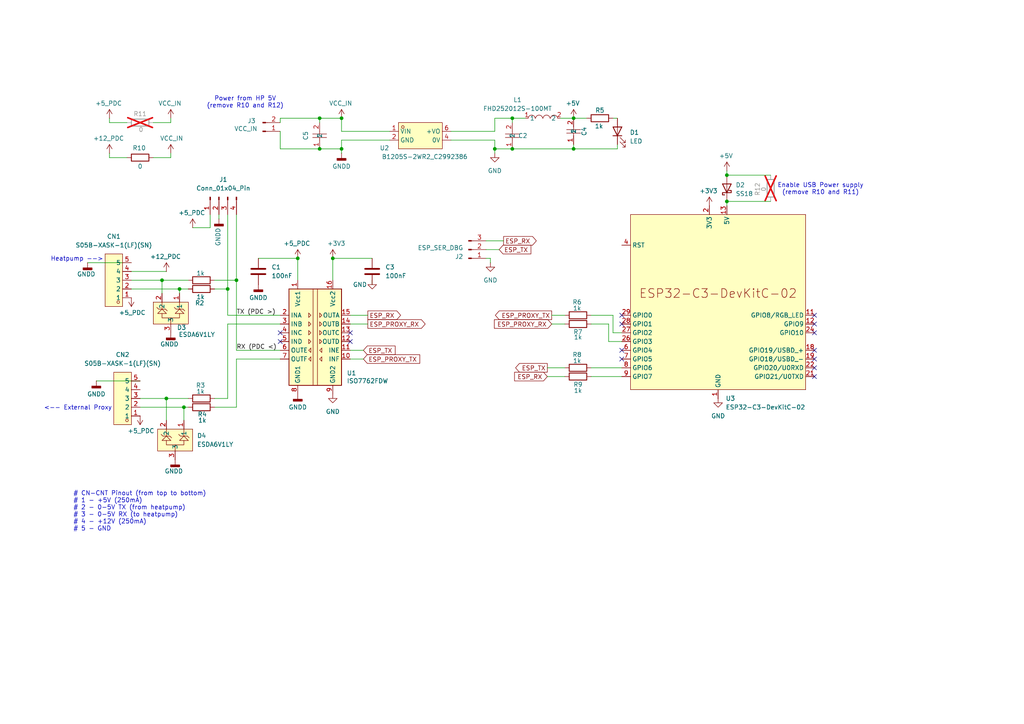
<source format=kicad_sch>
(kicad_sch (version 20231120) (generator "eeschema") (generator_version "8.0")
  (paper "A4")
  (lib_symbols
    (symbol "Connector:Conn_01x02_Pin" (pin_names (offset 1.016) hide)
      (property "Reference" "J" (at 0 2.54 0))
      (property "Value" "Conn_01x02_Pin" (at 0 -5.08 0))
      (symbol "Conn_01x02_Pin_1_1"
        (polyline (pts (xy 1.27 -2.54) (xy 0.8636 -2.54)) (stroke (width 0.1524)))
        (polyline (pts (xy 1.27 0) (xy 0.8636 0)) (stroke (width 0.1524)))
        (rectangle (start 0.8636 -2.413) (end 0 -2.667) (stroke (width 0.1524)) (fill (type outline)))
        (rectangle (start 0.8636 0.127) (end 0 -0.127) (stroke (width 0.1524)) (fill (type outline)))
        (pin passive line (at 5.08 0 180) (length 3.81) (name "Pin_1") (number "1"))
        (pin passive line (at 5.08 -2.54 180) (length 3.81) (name "Pin_2") (number "2"))
      )
    )
    (symbol "Connector:Conn_01x03_Pin" (pin_names (offset 1.016) hide)
      (property "Reference" "J" (at 0 5.08 0))
      (property "Value" "Conn_01x03_Pin" (at 0 -5.08 0))
      (symbol "Conn_01x03_Pin_1_1"
        (polyline (pts (xy 1.27 -2.54) (xy 0.8636 -2.54)) (stroke (width 0.1524)))
        (polyline (pts (xy 1.27 0) (xy 0.8636 0)) (stroke (width 0.1524)))
        (polyline (pts (xy 1.27 2.54) (xy 0.8636 2.54)) (stroke (width 0.1524)))
        (rectangle (start 0.8636 -2.413) (end 0 -2.667) (stroke (width 0.1524)) (fill (type outline)))
        (rectangle (start 0.8636 0.127) (end 0 -0.127) (stroke (width 0.1524)) (fill (type outline)))
        (rectangle (start 0.8636 2.667) (end 0 2.413) (stroke (width 0.1524)) (fill (type outline)))
        (pin passive line (at 5.08 2.54 180) (length 3.81) (name "Pin_1") (number "1"))
        (pin passive line (at 5.08 0 180) (length 3.81) (name "Pin_2") (number "2"))
        (pin passive line (at 5.08 -2.54 180) (length 3.81) (name "Pin_3") (number "3"))
      )
    )
    (symbol "Connector:Conn_01x04_Pin" (pin_names (offset 1.016) hide)
      (property "Reference" "J" (at 0 5.08 0))
      (property "Value" "Conn_01x04_Pin" (at 0 -7.62 0))
      (symbol "Conn_01x04_Pin_1_1"
        (polyline (pts (xy 1.27 -5.08) (xy 0.8636 -5.08)) (stroke (width 0.1524)))
        (polyline (pts (xy 1.27 -2.54) (xy 0.8636 -2.54)) (stroke (width 0.1524)))
        (polyline (pts (xy 1.27 0) (xy 0.8636 0)) (stroke (width 0.1524)))
        (polyline (pts (xy 1.27 2.54) (xy 0.8636 2.54)) (stroke (width 0.1524)))
        (rectangle (start 0.8636 -4.953) (end 0 -5.207) (stroke (width 0.1524)) (fill (type outline)))
        (rectangle (start 0.8636 -2.413) (end 0 -2.667) (stroke (width 0.1524)) (fill (type outline)))
        (rectangle (start 0.8636 0.127) (end 0 -0.127) (stroke (width 0.1524)) (fill (type outline)))
        (rectangle (start 0.8636 2.667) (end 0 2.413) (stroke (width 0.1524)) (fill (type outline)))
        (pin passive line (at 5.08 2.54 180) (length 3.81) (name "Pin_1") (number "1"))
        (pin passive line (at 5.08 0 180) (length 3.81) (name "Pin_2") (number "2"))
        (pin passive line (at 5.08 -2.54 180) (length 3.81) (name "Pin_3") (number "3"))
        (pin passive line (at 5.08 -5.08 180) (length 3.81) (name "Pin_4") (number "4"))
      )
    )
    (symbol "Device:C" (pin_numbers hide) (pin_names (offset 0.254))
      (property "Reference" "C" (at 0.635 2.54 0))
      (property "Value" "C" (at 0.635 -2.54 0))
      (symbol "C_0_1"
        (polyline (pts (xy -2.032 -0.762) (xy 2.032 -0.762)) (stroke (width 0.508)))
        (polyline (pts (xy -2.032 0.762) (xy 2.032 0.762)) (stroke (width 0.508)))
      )
      (symbol "C_1_1"
        (pin passive line (at 0 3.81 270) (length 2.794) (name "~") (number "1"))
        (pin passive line (at 0 -3.81 90) (length 2.794) (name "~") (number "2"))
      )
    )
    (symbol "Device:LED" (pin_numbers hide) (pin_names (offset 1.016) hide)
      (property "Reference" "D" (at 0 2.54 0))
      (property "Value" "LED" (at 0 -2.54 0))
      (symbol "LED_0_1"
        (polyline (pts (xy -1.27 -1.27) (xy -1.27 1.27)) (stroke (width 0.254)))
        (polyline (pts (xy -1.27 0) (xy 1.27 0)))
        (polyline (pts (xy 1.27 -1.27) (xy 1.27 1.27) (xy -1.27 0) (xy 1.27 -1.27)) (stroke (width 0.254)))
        (polyline (pts (xy -3.048 -0.762) (xy -4.572 -2.286) (xy -3.81 -2.286) (xy -4.572 -2.286) (xy -4.572 -1.524)))
        (polyline (pts (xy -1.778 -0.762) (xy -3.302 -2.286) (xy -2.54 -2.286) (xy -3.302 -2.286) (xy -3.302 -1.524)))
      )
      (symbol "LED_1_1"
        (pin passive line (at -3.81 0 0) (length 2.54) (name "K") (number "1"))
        (pin passive line (at 3.81 0 180) (length 2.54) (name "A") (number "2"))
      )
    )
    (symbol "Device:R" (pin_numbers hide) (pin_names (offset 0))
      (property "Reference" "R" (at 2.032 0 90))
      (property "Value" "R" (at 0 0 90))
      (symbol "R_0_1"
        (rectangle (start -1.016 -2.54) (end 1.016 2.54) (stroke (width 0.254)))
      )
      (symbol "R_1_1"
        (pin passive line (at 0 3.81 270) (length 1.27) (name "~") (number "1"))
        (pin passive line (at 0 -3.81 90) (length 1.27) (name "~") (number "2"))
      )
    )
    (symbol "Diode:SS18" (pin_numbers hide) (pin_names (offset 1.016) hide)
      (property "Reference" "D" (at 0 2.54 0))
      (property "Value" "SS18" (at 0 -2.54 0))
      (symbol "SS18_0_1"
        (polyline (pts (xy 1.27 0) (xy -1.27 0)))
        (polyline (pts (xy 1.27 1.27) (xy 1.27 -1.27) (xy -1.27 0) (xy 1.27 1.27)) (stroke (width 0.254)))
        (polyline (pts (xy -1.905 0.635) (xy -1.905 1.27) (xy -1.27 1.27) (xy -1.27 -1.27) (xy -0.635 -1.27) (xy -0.635 -0.635)) (stroke (width 0.254)))
      )
      (symbol "SS18_1_1"
        (pin passive line (at -3.81 0 0) (length 2.54) (name "K") (number "1"))
        (pin passive line (at 3.81 0 180) (length 2.54) (name "A") (number "2"))
      )
    )
    (symbol "Easyeda2Kicad:B1203S-2WR2_C19272681"
      (property "Reference" "U" (at 0 6.35 0))
      (property "Value" "B1203S-2WR2_C19272681" (at 0 -6.35 0))
      (symbol "B1203S-2WR2_C19272681_0_1"
        (rectangle (start -6.35 3.81) (end 6.35 -3.81) (fill (type background)))
        (circle (center -5.08 2.54) (radius 0.38))
        (pin unspecified line (at -8.89 1.27 0) (length 2.54) (name "VIN") (number "1"))
        (pin unspecified line (at -8.89 -1.27 0) (length 2.54) (name "GND") (number "2"))
        (pin unspecified line (at 8.89 -1.27 180) (length 2.54) (name "0V") (number "4"))
        (pin unspecified line (at 8.89 1.27 180) (length 2.54) (name "+VO") (number "6"))
      )
    )
    (symbol "Easyeda2Kicad:CL21A475KAQNNNE"
      (property "Reference" "C" (at 0 5.08 0))
      (property "Value" "CL21A475KAQNNNE" (at 0 -5.08 0))
      (symbol "CL21A475KAQNNNE_0_1"
        (polyline (pts (xy -1.27 0) (xy -0.51 0)))
        (polyline (pts (xy -0.51 2.03) (xy -0.51 -2.03)))
        (polyline (pts (xy 0.51 0) (xy 1.27 0)))
        (polyline (pts (xy 0.51 2.03) (xy 0.51 -2.03)))
        (pin input line (at -3.81 0 0) (length 2.54) (name "1") (number "1"))
        (pin input line (at 3.81 0 180) (length 2.54) (name "2") (number "2"))
      )
    )
    (symbol "Easyeda2Kicad:ESDA6V1LY"
      (property "Reference" "D" (at 0 11.43 0))
      (property "Value" "ESDA6V1LY" (at 0 -10.16 0))
      (symbol "ESDA6V1LY_0_1"
        (rectangle (start -5.08 3.81) (end 5.08 -2.54) (fill (type background)))
        (polyline (pts (xy -3.56 -0.51) (xy -4.06 0)))
        (polyline (pts (xy -2.54 -2.54) (xy -2.54 -0.51)))
        (polyline (pts (xy 0 3.81) (xy 0 2.03)))
        (polyline (pts (xy 1.52 -0.51) (xy 1.02 0)))
        (polyline (pts (xy 2.54 -2.54) (xy 2.54 -0.51)))
        (polyline (pts (xy -3.56 -0.51) (xy -1.52 -0.51) (xy -1.02 -1.02)))
        (polyline (pts (xy 1.52 -0.51) (xy 3.56 -0.51) (xy 4.06 -1.02)))
        (polyline (pts (xy -3.81 0.76) (xy -1.27 0.76) (xy -2.54 -0.51) (xy -3.81 0.76)) (fill (type background)))
        (polyline (pts (xy -2.54 0.76) (xy -2.54 2.03) (xy 2.54 2.03) (xy 2.54 0.76)))
        (polyline (pts (xy 1.27 0.76) (xy 3.81 0.76) (xy 2.54 -0.51) (xy 1.27 0.76)) (fill (type background)))
        (pin unspecified line (at -2.54 -5.08 90) (length 2.54) (name "1") (number "1"))
        (pin unspecified line (at 2.54 -5.08 90) (length 2.54) (name "2") (number "2"))
        (pin unspecified line (at 0 6.35 270) (length 2.54) (name "3") (number "3"))
      )
    )
    (symbol "Easyeda2Kicad:FHD252012S-100MT"
      (property "Reference" "L" (at 0 5.08 0))
      (property "Value" "FHD252012S-100MT" (at 0 -5.08 0))
      (symbol "FHD252012S-100MT_0_1"
        (arc (start -2.27 -0.02) (mid -3.28 0.9027) (end -4.29 -0.02))
        (arc (start -0.11 -0.02) (mid -1.12 0.9071) (end -2.13 -0.02))
        (arc (start 2.04 -0.02) (mid 1.03 0.9071) (end 0.02 -0.02))
        (arc (start 4.23 -0.02) (mid 3.22 0.9071) (end 2.21 -0.02))
        (pin unspecified line (at -5.08 0 0) (length 0.762) (name "1") (number "1"))
        (pin unspecified line (at 5.08 0 180) (length 0.762) (name "2") (number "2"))
      )
    )
    (symbol "Easyeda2Kicad:S05B-XASK-1(LF)(SN)"
      (property "Reference" "CN" (at 0 10.16 0))
      (property "Value" "S05B-XASK-1(LF)(SN)" (at 0 -10.16 0))
      (symbol "S05B-XASK-1(LF)(SN)_0_1"
        (rectangle (start -2.54 7.62) (end 2.54 -7.62) (fill (type background)))
        (circle (center -1.27 6.35) (radius 0.38))
        (pin unspecified line (at -5.08 5.08 0) (length 2.54) (name "1") (number "1"))
        (pin unspecified line (at -5.08 2.54 0) (length 2.54) (name "2") (number "2"))
        (pin unspecified line (at -5.08 0 0) (length 2.54) (name "3") (number "3"))
        (pin unspecified line (at -5.08 -2.54 0) (length 2.54) (name "4") (number "4"))
        (pin unspecified line (at -5.08 -5.08 0) (length 2.54) (name "5") (number "5"))
      )
    )
    (symbol "Espressif:ESP32-C3-DevKitC-02"
      (property "Reference" "U" (at -25.4 30.48 0))
      (property "Value" "ESP32-C3-DevKitC-02" (at -25.4 27.94 0))
      (symbol "ESP32-C3-DevKitC-02_0_1"
        (rectangle (start -25.4 25.4) (end 25.4 -25.4) (fill (type background)))
      )
      (symbol "ESP32-C3-DevKitC-02_1_0"
        (text "ESP32-C3-DevKitC-02" (at 0 2.54 0) (effects (font (size 2.54 2.54))))
      )
      (symbol "ESP32-C3-DevKitC-02_1_1"
        (pin passive line (at 0 -27.94 90) (length 2.54) (name "GND") (number "1"))
        (pin passive line (at 0 -27.94 90) (length 2.54) hide (name "GND") (number "10"))
        (pin bidirectional line (at 27.94 -3.81 180) (length 2.54) (name "GPIO8/RGB_LED") (number "11"))
        (pin bidirectional line (at 27.94 -6.35 180) (length 2.54) (name "GPIO9") (number "12"))
        (pin power_in line (at 2.54 27.94 270) (length 2.54) (name "5V") (number "13"))
        (pin power_in line (at 2.54 27.94 270) (length 2.54) hide (name "5V") (number "14"))
        (pin passive line (at 0 -27.94 90) (length 2.54) hide (name "GND") (number "15"))
        (pin passive line (at 0 -27.94 90) (length 2.54) hide (name "GND") (number "16"))
        (pin passive line (at 0 -27.94 90) (length 2.54) hide (name "GND") (number "17"))
        (pin bidirectional line (at 27.94 -13.97 180) (length 2.54) (name "GPIO19/USBD_+") (number "18"))
        (pin bidirectional line (at 27.94 -16.51 180) (length 2.54) (name "GPIO18/USBD_-") (number "19"))
        (pin power_in line (at -2.54 27.94 270) (length 2.54) (name "3V3") (number "2"))
        (pin passive line (at 0 -27.94 90) (length 2.54) hide (name "GND") (number "20"))
        (pin bidirectional line (at 27.94 -21.59 180) (length 2.54) (name "GPIO21/U0TXD") (number "21"))
        (pin bidirectional line (at 27.94 -19.05 180) (length 2.54) (name "GPIO20/U0RXD") (number "22"))
        (pin passive line (at 0 -27.94 90) (length 2.54) hide (name "GND") (number "23"))
        (pin bidirectional line (at 27.94 -8.89 180) (length 2.54) (name "GPIO10") (number "24"))
        (pin passive line (at 0 -27.94 90) (length 2.54) hide (name "GND") (number "25"))
        (pin bidirectional line (at -27.94 -11.43 0) (length 2.54) (name "GPIO3") (number "26"))
        (pin bidirectional line (at -27.94 -8.89 0) (length 2.54) (name "GPIO2") (number "27"))
        (pin bidirectional line (at -27.94 -6.35 0) (length 2.54) (name "GPIO1") (number "28"))
        (pin bidirectional line (at -27.94 -3.81 0) (length 2.54) (name "GPIO0") (number "29"))
        (pin power_in line (at -2.54 27.94 270) (length 2.54) hide (name "3V3") (number "3"))
        (pin passive line (at 0 -27.94 90) (length 2.54) hide (name "GND") (number "30"))
        (pin output line (at -27.94 16.51 0) (length 2.54) (name "RST") (number "4"))
        (pin passive line (at 0 -27.94 90) (length 2.54) hide (name "GND") (number "5"))
        (pin bidirectional line (at -27.94 -13.97 0) (length 2.54) (name "GPIO4") (number "6"))
        (pin bidirectional line (at -27.94 -16.51 0) (length 2.54) (name "GPIO5") (number "7"))
        (pin bidirectional line (at -27.94 -19.05 0) (length 2.54) (name "GPIO6") (number "8"))
        (pin bidirectional line (at -27.94 -21.59 0) (length 2.54) (name "GPIO7") (number "9"))
      )
    )
    (symbol "Isolator:ISO7762FDW"
      (property "Reference" "U" (at 8.255 14.605 0))
      (property "Value" "ISO7762FDW" (at 8.255 12.065 0))
      (symbol "ISO7762FDW_0_1"
        (rectangle (start -7.62 15.24) (end 7.62 -12.7) (stroke (width 0.254)) (fill (type background)))
        (polyline (pts (xy -0.635 15.24) (xy -0.635 -12.7)))
        (polyline (pts (xy 0.635 15.24) (xy 0.635 -12.7)))
        (polyline (pts (xy -1.905 8.255) (xy -1.27 7.62) (xy -1.905 6.985) (xy -1.905 8.255)))
        (polyline (pts (xy 1.27 8.255) (xy 1.905 7.62) (xy 1.27 6.985) (xy 1.27 8.255)))
      )
      (symbol "ISO7762FDW_1_1"
        (polyline (pts (xy -1.905 0.635) (xy -1.27 0) (xy -1.905 -0.635) (xy -1.905 0.635)))
        (polyline (pts (xy -1.905 3.175) (xy -1.27 2.54) (xy -1.905 1.905) (xy -1.905 3.175)))
        (polyline (pts (xy -1.905 5.715) (xy -1.27 5.08) (xy -1.905 4.445) (xy -1.905 5.715)))
        (polyline (pts (xy -1.27 -4.445) (xy -1.905 -5.08) (xy -1.27 -5.715) (xy -1.27 -4.445)))
        (polyline (pts (xy -1.27 -1.905) (xy -1.905 -2.54) (xy -1.27 -3.175) (xy -1.27 -1.905)))
        (polyline (pts (xy 1.27 0.635) (xy 1.905 0) (xy 1.27 -0.635) (xy 1.27 0.635)))
        (polyline (pts (xy 1.27 3.175) (xy 1.905 2.54) (xy 1.27 1.905) (xy 1.27 3.175)))
        (polyline (pts (xy 1.27 5.715) (xy 1.905 5.08) (xy 1.27 4.445) (xy 1.27 5.715)))
        (polyline (pts (xy 1.905 -4.445) (xy 1.27 -5.08) (xy 1.905 -5.715) (xy 1.905 -4.445)))
        (polyline (pts (xy 1.905 -1.905) (xy 1.27 -2.54) (xy 1.905 -3.175) (xy 1.905 -1.905)))
        (pin power_in line (at -5.08 17.78 270) (length 2.54) (name "Vcc1") (number "1"))
        (pin input line (at 10.16 -5.08 180) (length 2.54) (name "INF") (number "10"))
        (pin input line (at 10.16 -2.54 180) (length 2.54) (name "INE") (number "11"))
        (pin output line (at 10.16 0 180) (length 2.54) (name "OUTD") (number "12"))
        (pin output line (at 10.16 2.54 180) (length 2.54) (name "OUTC") (number "13"))
        (pin output line (at 10.16 5.08 180) (length 2.54) (name "OUTB") (number "14"))
        (pin output line (at 10.16 7.62 180) (length 2.54) (name "OUTA") (number "15"))
        (pin power_in line (at 5.08 17.78 270) (length 2.54) (name "Vcc2") (number "16"))
        (pin input line (at -10.16 7.62 0) (length 2.54) (name "INA") (number "2"))
        (pin input line (at -10.16 5.08 0) (length 2.54) (name "INB") (number "3"))
        (pin input line (at -10.16 2.54 0) (length 2.54) (name "INC") (number "4"))
        (pin input line (at -10.16 0 0) (length 2.54) (name "IND") (number "5"))
        (pin output line (at -10.16 -2.54 0) (length 2.54) (name "OUTE") (number "6"))
        (pin output line (at -10.16 -5.08 0) (length 2.54) (name "OUTF") (number "7"))
        (pin power_in line (at -5.08 -15.24 90) (length 2.54) (name "GND1") (number "8"))
        (pin power_in line (at 5.08 -15.24 90) (length 2.54) (name "GND2") (number "9"))
      )
    )
    (symbol "power:+5V" (power) (pin_numbers hide) (pin_names (offset 0) hide)
      (property "Value" "+5V" (at 0 3.556 0))
      (symbol "+5V_0_1"
        (polyline (pts (xy -0.762 1.27) (xy 0 2.54)))
        (polyline (pts (xy 0 0) (xy 0 2.54)))
        (polyline (pts (xy 0 2.54) (xy 0.762 1.27)))
      )
      (symbol "+5V_1_1"
        (pin power_in line (at 0 0 90) (length 0) (name "~") (number "1"))
      )
    )
    (symbol "power:GND" (power) (pin_numbers hide) (pin_names (offset 0) hide)
      (property "Value" "GND" (at 0 -3.81 0))
      (symbol "GND_0_1"
        (polyline (pts (xy 0 0) (xy 0 -1.27) (xy 1.27 -1.27) (xy 0 -2.54) (xy -1.27 -1.27) (xy 0 -1.27)))
      )
      (symbol "GND_1_1"
        (pin power_in line (at 0 0 270) (length 0) (name "~") (number "1"))
      )
    )
    (symbol "power:GNDD" (power) (pin_numbers hide) (pin_names (offset 0) hide)
      (property "Value" "GNDD" (at 0 -3.175 0))
      (symbol "GNDD_0_1"
        (rectangle (start -1.27 -1.524) (end 1.27 -2.032) (stroke (width 0.254)) (fill (type outline)))
        (polyline (pts (xy 0 0) (xy 0 -1.524)))
      )
      (symbol "GNDD_1_1"
        (pin power_in line (at 0 0 270) (length 0) (name "~") (number "1"))
      )
    )
  )
  (junction (at 143.51 43.18))
  (junction (at 148.59 34.29))
  (junction (at 96.52 74.93))
  (junction (at 68.58 81.28))
  (junction (at 86.36 74.93))
  (junction (at 46.99 81.28))
  (junction (at 92.71 34.29))
  (junction (at 166.37 34.29))
  (junction (at 210.82 50.8))
  (junction (at 52.07 83.82))
  (junction (at 48.26 115.57))
  (junction (at 66.04 83.82))
  (junction (at 99.06 43.18))
  (junction (at 53.34 118.11))
  (junction (at 99.06 34.29))
  (junction (at 166.37 43.18))
  (junction (at 210.82 58.42))
  (junction (at 92.71 43.18))
  (junction (at 148.59 43.18))
  (no_connect (at 180.34 93.98))
  (no_connect (at 236.22 91.44))
  (no_connect (at 236.22 104.14))
  (no_connect (at 236.22 109.22))
  (no_connect (at 101.6 96.52))
  (no_connect (at 180.34 91.44))
  (no_connect (at 180.34 104.14))
  (no_connect (at 236.22 93.98))
  (no_connect (at 81.28 96.52))
  (no_connect (at 236.22 96.52))
  (no_connect (at 236.22 101.6))
  (no_connect (at 236.22 106.68))
  (no_connect (at 101.6 99.06))
  (no_connect (at 180.34 101.6))
  (no_connect (at 81.28 99.06))
  (wire (pts (xy 92.71 34.29) (xy 99.06 34.29)))
  (wire (pts (xy 171.45 106.68) (xy 180.34 106.68)))
  (wire (pts (xy 148.59 43.18) (xy 166.37 43.18)))
  (wire (pts (xy 38.1 83.82) (xy 52.07 83.82)))
  (wire (pts (xy 86.36 74.93) (xy 74.93 74.93)))
  (wire (pts (xy 105.41 104.14) (xy 101.6 104.14)))
  (wire (pts (xy 171.45 91.44) (xy 177.8 91.44)))
  (wire (pts (xy 62.23 83.82) (xy 66.04 83.82)))
  (wire (pts (xy 68.58 104.14) (xy 68.58 118.11)))
  (wire (pts (xy 179.07 41.91) (xy 179.07 43.18)))
  (wire (pts (xy 66.04 115.57) (xy 66.04 93.98)))
  (wire (pts (xy 96.52 74.93) (xy 96.52 81.28)))
  (wire (pts (xy 81.28 43.18) (xy 92.71 43.18)))
  (wire (pts (xy 105.41 101.6) (xy 101.6 101.6)))
  (wire (pts (xy 52.07 83.82) (xy 52.07 85.09)))
  (wire (pts (xy 160.02 93.98) (xy 163.83 93.98)))
  (wire (pts (xy 81.28 34.29) (xy 92.71 34.29)))
  (wire (pts (xy 143.51 44.45) (xy 143.51 43.18)))
  (wire (pts (xy 63.5 62.23) (xy 63.5 63.5)))
  (wire (pts (xy 152.4 34.29) (xy 148.59 34.29)))
  (wire (pts (xy 52.07 83.82) (xy 54.61 83.82)))
  (wire (pts (xy 68.58 81.28) (xy 68.58 101.6)))
  (wire (pts (xy 99.06 34.29) (xy 99.06 38.1)))
  (wire (pts (xy 40.64 115.57) (xy 48.26 115.57)))
  (wire (pts (xy 210.82 58.42) (xy 223.52 58.42)))
  (wire (pts (xy 140.97 69.85) (xy 146.05 69.85)))
  (wire (pts (xy 81.28 34.29) (xy 81.28 35.56)))
  (wire (pts (xy 48.26 115.57) (xy 54.61 115.57)))
  (wire (pts (xy 158.75 109.22) (xy 163.83 109.22)))
  (wire (pts (xy 31.75 44.45) (xy 31.75 45.72)))
  (wire (pts (xy 176.53 99.06) (xy 180.34 99.06)))
  (wire (pts (xy 177.8 91.44) (xy 177.8 96.52)))
  (wire (pts (xy 148.59 34.29) (xy 148.59 35.56)))
  (wire (pts (xy 171.45 109.22) (xy 180.34 109.22)))
  (wire (pts (xy 44.45 35.56) (xy 49.53 35.56)))
  (wire (pts (xy 62.23 81.28) (xy 68.58 81.28)))
  (wire (pts (xy 31.75 35.56) (xy 36.83 35.56)))
  (wire (pts (xy 46.99 81.28) (xy 46.99 85.09)))
  (wire (pts (xy 68.58 101.6) (xy 81.28 101.6)))
  (wire (pts (xy 176.53 93.98) (xy 176.53 99.06)))
  (wire (pts (xy 99.06 40.64) (xy 113.03 40.64)))
  (wire (pts (xy 38.1 78.74) (xy 48.26 78.74)))
  (wire (pts (xy 27.94 110.49) (xy 40.64 110.49)))
  (wire (pts (xy 223.52 50.8) (xy 210.82 50.8)))
  (wire (pts (xy 166.37 43.18) (xy 179.07 43.18)))
  (wire (pts (xy 166.37 41.91) (xy 166.37 43.18)))
  (wire (pts (xy 143.51 38.1) (xy 143.51 34.29)))
  (wire (pts (xy 46.99 81.28) (xy 54.61 81.28)))
  (wire (pts (xy 48.26 115.57) (xy 48.26 121.92)))
  (wire (pts (xy 92.71 34.29) (xy 92.71 35.56)))
  (wire (pts (xy 66.04 91.44) (xy 81.28 91.44)))
  (wire (pts (xy 210.82 58.42) (xy 210.82 59.69)))
  (wire (pts (xy 81.28 38.1) (xy 81.28 43.18)))
  (wire (pts (xy 143.51 43.18) (xy 148.59 43.18)))
  (wire (pts (xy 66.04 83.82) (xy 66.04 91.44)))
  (wire (pts (xy 49.53 44.45) (xy 49.53 45.72)))
  (wire (pts (xy 160.02 91.44) (xy 163.83 91.44)))
  (wire (pts (xy 68.58 118.11) (xy 62.23 118.11)))
  (wire (pts (xy 140.97 74.93) (xy 142.24 74.93)))
  (wire (pts (xy 107.95 82.55) (xy 107.95 81.28)))
  (wire (pts (xy 210.82 49.53) (xy 210.82 50.8)))
  (wire (pts (xy 99.06 40.64) (xy 99.06 43.18)))
  (wire (pts (xy 142.24 74.93) (xy 142.24 76.2)))
  (wire (pts (xy 68.58 104.14) (xy 81.28 104.14)))
  (wire (pts (xy 66.04 62.23) (xy 66.04 83.82)))
  (wire (pts (xy 143.51 43.18) (xy 143.51 40.64)))
  (wire (pts (xy 130.81 40.64) (xy 143.51 40.64)))
  (wire (pts (xy 96.52 74.93) (xy 107.95 74.93)))
  (wire (pts (xy 31.75 34.29) (xy 31.75 35.56)))
  (wire (pts (xy 130.81 38.1) (xy 143.51 38.1)))
  (wire (pts (xy 166.37 34.29) (xy 162.56 34.29)))
  (wire (pts (xy 171.45 93.98) (xy 176.53 93.98)))
  (wire (pts (xy 25.4 76.2) (xy 38.1 76.2)))
  (wire (pts (xy 101.6 91.44) (xy 106.68 91.44)))
  (wire (pts (xy 40.64 118.11) (xy 53.34 118.11)))
  (wire (pts (xy 170.18 34.29) (xy 166.37 34.29)))
  (wire (pts (xy 31.75 45.72) (xy 36.83 45.72)))
  (wire (pts (xy 177.8 34.29) (xy 179.07 34.29)))
  (wire (pts (xy 44.45 45.72) (xy 49.53 45.72)))
  (wire (pts (xy 62.23 115.57) (xy 66.04 115.57)))
  (wire (pts (xy 101.6 93.98) (xy 106.68 93.98)))
  (wire (pts (xy 53.34 118.11) (xy 54.61 118.11)))
  (wire (pts (xy 38.1 81.28) (xy 46.99 81.28)))
  (wire (pts (xy 99.06 43.18) (xy 92.71 43.18)))
  (wire (pts (xy 99.06 44.45) (xy 99.06 43.18)))
  (wire (pts (xy 158.75 106.68) (xy 163.83 106.68)))
  (wire (pts (xy 66.04 93.98) (xy 81.28 93.98)))
  (wire (pts (xy 55.88 66.04) (xy 60.96 66.04)))
  (wire (pts (xy 49.53 35.56) (xy 49.53 34.29)))
  (wire (pts (xy 99.06 38.1) (xy 113.03 38.1)))
  (wire (pts (xy 177.8 96.52) (xy 180.34 96.52)))
  (wire (pts (xy 68.58 62.23) (xy 68.58 81.28)))
  (wire (pts (xy 60.96 66.04) (xy 60.96 62.23)))
  (wire (pts (xy 143.51 34.29) (xy 148.59 34.29)))
  (wire (pts (xy 140.97 72.39) (xy 144.78 72.39)))
  (wire (pts (xy 86.36 74.93) (xy 86.36 81.28)))
  (wire (pts (xy 53.34 118.11) (xy 53.34 121.92)))
  (text "  # CN-CNT Pinout (from top to bottom)\n  # 1 - +5V (250mA)\n  # 2 - 0-5V TX (from heatpump)\n  # 3 - 0-5V RX (to heatpump)\n  # 4 - +12V (250mA)\n  # 5 - GND" (at 19.304 148.336 0) (effects (font (size 1.27 1.27)) (justify left)))
  (text " Heatpump -->" (at 21.844 75.184 0) (effects (font (size 1.27 1.27))))
  (text "<-- External Proxy" (at 22.606 118.364 0) (effects (font (size 1.27 1.27))))
  (text "Enable USB Power supply\n(remove R10 and R11)" (at 237.998 54.864 0) (effects (font (size 1.27 1.27))))
  (text "Power from HP 5V\n(remove R10 and R12)" (at 71.12 29.718 0) (effects (font (size 1.27 1.27))))
  (label "TX (PDC >)" (at 68.58 91.44 0))
  (label "RX (PDC <)" (at 68.58 101.6 0))
  (global_label "ESP_PROXY_TX" (shape input) (at 105.41 104.14 0) (property "Intersheetrefs" "${INTERSHEET_REFS}" (effects (hide yes))))
  (global_label "ESP_PROXY_RX" (shape input) (at 160.02 93.98 180) (property "Intersheetrefs" "${INTERSHEET_REFS}" (effects (hide yes))))
  (global_label "ESP_TX" (shape output) (at 158.75 106.68 180) (property "Intersheetrefs" "${INTERSHEET_REFS}" (effects (hide yes))))
  (global_label "ESP_PROXY_RX" (shape output) (at 106.68 93.98 0) (property "Intersheetrefs" "${INTERSHEET_REFS}" (effects (hide yes))))
  (global_label "ESP_TX" (shape input) (at 144.78 72.39 0) (property "Intersheetrefs" "${INTERSHEET_REFS}" (effects (hide yes))))
  (global_label "ESP_TX" (shape input) (at 105.41 101.6 0) (property "Intersheetrefs" "${INTERSHEET_REFS}" (effects (hide yes))))
  (global_label "ESP_RX" (shape input) (at 158.75 109.22 180) (property "Intersheetrefs" "${INTERSHEET_REFS}" (effects (hide yes))))
  (global_label "ESP_RX" (shape output) (at 106.68 91.44 0) (property "Intersheetrefs" "${INTERSHEET_REFS}" (effects (hide yes))))
  (global_label "ESP_RX" (shape output) (at 146.05 69.85 0) (property "Intersheetrefs" "${INTERSHEET_REFS}" (effects (hide yes))))
  (global_label "ESP_PROXY_TX" (shape output) (at 160.02 91.44 180) (property "Intersheetrefs" "${INTERSHEET_REFS}" (effects (hide yes))))
  (symbol (lib_id "power:+5V") (at 31.75 44.45 0) (unit 1)
    (property "Reference" "#PWR024" (effects (hide yes)))
    (property "Value" "+12_PDC" (at 31.496 40.132 0))
    (property "Description" "Power symbol creates a global label with name \"+5V\"" (effects (hide yes)))
  )
  (symbol (lib_id "power:GND") (at 208.28 115.57 0) (unit 1)
    (property "Reference" "#PWR019" (effects (hide yes)))
    (property "Value" "GND" (at 208.28 120.65 0))
    (property "Description" "Power symbol creates a global label with name \"GND\" , ground" (effects (hide yes)))
  )
  (symbol (lib_id "power:+5V") (at 49.53 34.29 0) (unit 1)
    (property "Reference" "#PWR023" (effects (hide yes)))
    (property "Value" "VCC_IN" (at 49.276 29.972 0))
    (property "Description" "Power symbol creates a global label with name \"+5V\"" (effects (hide yes)))
  )
  (symbol (lib_id "Device:R") (at 167.64 93.98 90) (unit 1)
    (property "Reference" "R7" (at 167.64 96.266 90))
    (property "Value" "1k" (at 167.64 97.79 90))
    (property "Footprint" "Resistor_SMD:R_0805_2012Metric" (effects (hide yes)))
    (property "Description" "Resistor" (effects (hide yes)))
    (property "LCSC" "C17513" (effects (hide yes)))
  )
  (symbol (lib_id "power:+5V") (at 31.75 34.29 0) (unit 1)
    (property "Reference" "#PWR022" (effects (hide yes)))
    (property "Value" "+5_PDC" (at 31.496 29.972 0))
    (property "Description" "Power symbol creates a global label with name \"+5V\"" (effects (hide yes)))
  )
  (symbol (lib_id "power:+5V") (at 210.82 49.53 0) (unit 1)
    (property "Reference" "#PWR020" (effects (hide yes)))
    (property "Value" "+5V" (at 210.566 45.212 0))
    (property "Description" "Power symbol creates a global label with name \"+5V\"" (effects (hide yes)))
  )
  (symbol (lib_id "Easyeda2Kicad:ESDA6V1LY") (at 49.53 90.17 180) (unit 1)
    (property "Reference" "D3" (at 51.308 94.996 0) (effects (justify right)))
    (property "Value" "ESDA6V1LY" (at 51.816 97.028 0) (effects (justify right)))
    (property "Footprint" "easyeda2kicad:SOT-23-3_L2.9-W1.5-P2.0-LS2.5-BR" (effects (hide yes)))
    (property "LCSC Part" "C2936094" (effects (hide yes)))
  )
  (symbol (lib_id "Easyeda2Kicad:CL21A475KAQNNNE") (at 148.59 39.37 90) (unit 1)
    (property "Reference" "C2" (at 151.638 39.37 90))
    (property "Value" "CL21A475KAQNNNE" (effects (hide yes)))
    (property "Footprint" "easyeda2kicad:C0805" (effects (hide yes)))
    (property "Datasheet" "https://lcsc.com/product-detail/Multilayer-Ceramic-Capacitors-MLCC-SMD-SMT_SAMSUNG_CL21A475KAQNNNE_4-7uF-475-10-25V_C1779.html" (effects (hide yes)))
    (property "LCSC Part" "C1779" (effects (hide yes)))
  )
  (symbol (lib_id "Espressif:ESP32-C3-DevKitC-02") (at 208.28 87.63 0) (unit 1)
    (property "Reference" "U3" (at 210.4741 115.57 0) (effects (justify left)))
    (property "Value" "ESP32-C3-DevKitC-02" (at 210.4741 118.11 0) (effects (justify left)))
    (property "Footprint" "PCM_Espressif:ESP32-C3-DevKitC-02" (effects (hide yes)))
    (property "Datasheet" "https://www.espressif.com/sites/default/files/documentation/esp32-c3_datasheet_en.pdf" (effects (hide yes)))
    (property "Description" "ESP32-C3-DevKitC-02 is an entry-level development board based on ESP32-C3-WROOM-02, a general-purpose module with 4 MB SPI flash. This board integrates complete Wi-Fi and Bluetooth® Low Energy functions." (effects (hide yes)))
  )
  (symbol (lib_id "Device:R") (at 40.64 45.72 90) (unit 1)
    (property "Reference" "R10" (at 40.386 42.926 90))
    (property "Value" "0" (at 40.64 48.26 90))
    (property "Footprint" "Resistor_SMD:R_0805_2012Metric" (effects (hide yes)))
    (property "Description" "Resistor" (effects (hide yes)))
    (property "LCSC" "C17513" (effects (hide yes)))
  )
  (symbol (lib_id "power:+5V") (at 55.88 66.04 0) (unit 1)
    (property "Reference" "#PWR05" (effects (hide yes)))
    (property "Value" "+5_PDC" (at 55.626 61.722 0))
    (property "Description" "Power symbol creates a global label with name \"+5V\"" (effects (hide yes)))
  )
  (symbol (lib_id "Device:R") (at 167.64 109.22 90) (unit 1)
    (property "Reference" "R9" (at 167.64 111.506 90))
    (property "Value" "1k" (at 167.64 113.284 90))
    (property "Footprint" "Resistor_SMD:R_0805_2012Metric" (effects (hide yes)))
    (property "Description" "Resistor" (effects (hide yes)))
    (property "LCSC" "C17513" (effects (hide yes)))
  )
  (symbol (lib_id "power:+5V") (at 166.37 34.29 0) (unit 1)
    (property "Reference" "#PWR015" (effects (hide yes)))
    (property "Value" "+5V" (at 166.116 29.972 0))
    (property "Description" "Power symbol creates a global label with name \"+5V\"" (effects (hide yes)))
  )
  (symbol (lib_id "Device:R") (at 58.42 83.82 90) (unit 1)
    (property "Reference" "R2" (at 57.912 87.884 90))
    (property "Value" "1k" (at 58.166 86.106 90))
    (property "Footprint" "Resistor_SMD:R_0805_2012Metric" (effects (hide yes)))
    (property "Description" "Resistor" (effects (hide yes)))
    (property "LCSC" "C17513" (effects (hide yes)))
  )
  (symbol (lib_id "Easyeda2Kicad:CL21A475KAQNNNE") (at 166.37 38.1 90) (unit 1)
    (property "Reference" "C4" (at 169.418 38.1 0))
    (property "Value" "CL21A475KAQNNNE" (effects (hide yes)))
    (property "Footprint" "easyeda2kicad:C0805" (effects (hide yes)))
    (property "Datasheet" "https://lcsc.com/product-detail/Multilayer-Ceramic-Capacitors-MLCC-SMD-SMT_SAMSUNG_CL21A475KAQNNNE_4-7uF-475-10-25V_C1779.html" (effects (hide yes)))
    (property "LCSC Part" "C1779" (effects (hide yes)))
  )
  (symbol (lib_id "Device:R") (at 173.99 34.29 90) (unit 1)
    (property "Reference" "R5" (at 173.99 32.004 90))
    (property "Value" "1k" (at 173.736 36.576 90))
    (property "Footprint" "Resistor_SMD:R_0603_1608Metric" (effects (hide yes)))
    (property "Description" "Resistor" (effects (hide yes)))
    (property "JCSC Part" "C21190" (effects (hide yes)))
  )
  (symbol (lib_id "Device:R") (at 167.64 106.68 90) (unit 1)
    (property "Reference" "R8" (at 167.386 102.87 90))
    (property "Value" "1k" (at 167.386 104.648 90))
    (property "Footprint" "Resistor_SMD:R_0805_2012Metric" (effects (hide yes)))
    (property "Description" "Resistor" (effects (hide yes)))
    (property "LCSC" "C17513" (effects (hide yes)))
  )
  (symbol (lib_id "power:+5V") (at 96.52 74.93 0) (unit 1)
    (property "Reference" "#PWR010" (effects (hide yes)))
    (property "Value" "+3V3" (at 97.536 70.612 0))
    (property "Description" "Power symbol creates a global label with name \"+5V\"" (effects (hide yes)))
  )
  (symbol (lib_id "Easyeda2Kicad:ESDA6V1LY") (at 50.8 127 180) (unit 1)
    (property "Reference" "D4" (at 57.15 126.3649 0) (effects (justify right)))
    (property "Value" "ESDA6V1LY" (at 57.15 128.9049 0) (effects (justify right)))
    (property "Footprint" "easyeda2kicad:SOT-23-3_L2.9-W1.5-P2.0-LS2.5-BR" (effects (hide yes)))
    (property "LCSC Part" "C2936094" (effects (hide yes)))
  )
  (symbol (lib_id "Connector:Conn_01x04_Pin") (at 63.5 57.15 90) (mirror x) (unit 1)
    (property "Reference" "J1" (at 64.77 52.07 90))
    (property "Value" "Conn_01x04_Pin" (at 64.77 54.61 90))
    (property "Footprint" "Connector_PinHeader_2.54mm:PinHeader_1x04_P2.54mm_Vertical" (effects (hide yes)))
    (property "Description" "Generic connector, single row, 01x04, script generated" (effects (hide yes)))
    (property "JCSC" "C2905435" (effects (hide yes)))
  )
  (symbol (lib_id "power:GNDD") (at 74.93 82.55 0) (unit 1)
    (property "Reference" "#PWR07" (effects (hide yes)))
    (property "Value" "GNDD" (at 74.93 86.36 0))
    (property "Description" "Power symbol creates a global label with name \"GNDD\" , digital ground" (effects (hide yes)))
  )
  (symbol (lib_id "Device:C") (at 107.95 78.74 0) (unit 1)
    (property "Reference" "C3" (at 111.76 77.4699 0) (effects (justify left)))
    (property "Value" "100nF" (at 111.76 80.0099 0) (effects (justify left)))
    (property "Footprint" "Capacitor_SMD:C_0805_2012Metric" (effects (hide yes)))
    (property "Description" "Unpolarized capacitor" (effects (hide yes)))
    (property "LCSC" "C28233" (effects (hide yes)))
  )
  (symbol (lib_id "Easyeda2Kicad:FHD252012S-100MT") (at 157.48 34.29 0) (unit 1)
    (property "Reference" "L1" (at 150.114 28.956 0))
    (property "Value" "FHD252012S-100MT" (at 150.114 31.496 0))
    (property "Footprint" "easyeda2kicad:IND-SMD_L2.5-W2.0_FHD252012S-6R8MT" (effects (hide yes)))
    (property "Datasheet" "https://lcsc.com/product-detail/Power-Inductors_cjiang-Changjiang-Microelectronics-Tech-FHD252012S-100MT_C602018.html" (effects (hide yes)))
    (property "LCSC Part" "C602018" (effects (hide yes)))
  )
  (symbol (lib_id "power:GNDD") (at 49.53 96.52 0) (unit 1)
    (property "Reference" "#PWR026" (effects (hide yes)))
    (property "Value" "GNDD" (at 51.816 99.822 0) (effects (justify right)))
    (property "Description" "Power symbol creates a global label with name \"GNDD\" , digital ground" (effects (hide yes)))
  )
  (symbol (lib_id "Device:R") (at 58.42 81.28 90) (unit 1)
    (property "Reference" "R1" (effects (hide yes)))
    (property "Value" "1k" (at 58.166 79.248 90))
    (property "Footprint" "Resistor_SMD:R_0805_2012Metric" (effects (hide yes)))
    (property "Description" "Resistor" (effects (hide yes)))
    (property "LCSC" "C17513" (effects (hide yes)))
  )
  (symbol (lib_id "power:GND") (at 96.52 114.3 0) (unit 1)
    (property "Reference" "#PWR011" (effects (hide yes)))
    (property "Value" "GND" (at 96.52 119.38 0))
    (property "Description" "Power symbol creates a global label with name \"GND\" , ground" (effects (hide yes)))
  )
  (symbol (lib_id "power:GND") (at 107.95 81.28 0) (unit 1)
    (property "Reference" "#PWR014" (effects (hide yes)))
    (property "Value" "GND" (at 104.394 82.55 0))
    (property "Description" "Power symbol creates a global label with name \"GND\" , ground" (effects (hide yes)))
  )
  (symbol (lib_id "Device:R") (at 58.42 118.11 90) (unit 1)
    (property "Reference" "R4" (at 58.674 120.142 90))
    (property "Value" "1k" (at 58.674 121.92 90))
    (property "Footprint" "Resistor_SMD:R_0805_2012Metric" (effects (hide yes)))
    (property "Description" "Resistor" (effects (hide yes)))
    (property "LCSC" "C17513" (effects (hide yes)))
  )
  (symbol (lib_id "Connector:Conn_01x03_Pin") (at 135.89 72.39 0) (mirror x) (unit 1)
    (property "Reference" "J2" (at 134.366 74.422 0) (effects (justify right)))
    (property "Value" "ESP_SER_DBG" (at 134.366 71.882 0) (effects (justify right)))
    (property "Footprint" "Connector_PinHeader_2.54mm:PinHeader_1x03_P2.54mm_Vertical" (effects (hide yes)))
    (property "Description" "Generic connector, single row, 01x03, script generated" (effects (hide yes)))
  )
  (symbol (lib_id "Connector:Conn_01x02_Pin") (at 76.2 38.1 0) (mirror x) (unit 1)
    (property "Reference" "J3" (at 74.168 35.052 0) (effects (justify right)))
    (property "Value" "VCC_IN" (at 74.676 37.338 0) (effects (justify right)))
    (property "Footprint" "Connector_PinHeader_2.54mm:PinHeader_1x02_P2.54mm_Vertical" (effects (hide yes)))
    (property "Description" "Generic connector, single row, 01x02, script generated" (effects (hide yes)))
    (property "LCSC" "C2905434" (effects (hide yes)))
  )
  (symbol (lib_id "Device:LED") (at 179.07 38.1 90) (unit 1)
    (property "Reference" "D1" (at 182.6635 38.4174 90) (effects (justify right)))
    (property "Value" "LED" (at 182.6635 40.9574 90) (effects (justify right)))
    (property "Footprint" "LED_SMD:LED_0805_2012Metric" (effects (hide yes)))
    (property "Description" "Light emitting diode" (effects (hide yes)))
    (property "JCSC Part" "C2297" (effects (hide yes)))
  )
  (symbol (lib_id "power:GNDD") (at 99.06 44.45 0) (unit 1)
    (property "Reference" "#PWR013" (effects (hide yes)))
    (property "Value" "GNDD" (at 99.06 48.26 0))
    (property "Description" "Power symbol creates a global label with name \"GNDD\" , digital ground" (effects (hide yes)))
  )
  (symbol (lib_id "power:+5V") (at 99.06 34.29 0) (unit 1)
    (property "Reference" "#PWR012" (effects (hide yes)))
    (property "Value" "VCC_IN" (at 98.806 29.972 0))
    (property "Description" "Power symbol creates a global label with name \"+5V\"" (effects (hide yes)))
  )
  (symbol (lib_id "Device:R") (at 167.64 91.44 90) (unit 1)
    (property "Reference" "R6" (at 167.386 87.63 90))
    (property "Value" "1k" (at 167.386 89.408 90))
    (property "Footprint" "Resistor_SMD:R_0805_2012Metric" (effects (hide yes)))
    (property "Description" "Resistor" (effects (hide yes)))
    (property "LCSC" "C17513" (effects (hide yes)))
  )
  (symbol (lib_id "Device:R") (at 58.42 115.57 90) (unit 1)
    (property "Reference" "R3" (at 58.166 111.76 90))
    (property "Value" "1k" (at 58.166 113.538 90))
    (property "Footprint" "Resistor_SMD:R_0805_2012Metric" (effects (hide yes)))
    (property "Description" "Resistor" (effects (hide yes)))
    (property "LCSC" "C17513" (effects (hide yes)))
  )
  (symbol (lib_id "Device:R") (at 40.64 35.56 270) (unit 1) (dnp yes)
    (property "Reference" "R11" (at 40.64 33.02 90))
    (property "Value" "0" (at 40.894 37.592 90))
    (property "Footprint" "Resistor_SMD:R_0805_2012Metric" (effects (hide yes)))
    (property "Description" "Resistor" (effects (hide yes)))
    (property "LCSC" "C17513" (effects (hide yes)))
  )
  (symbol (lib_id "power:+5V") (at 86.36 74.93 0) (unit 1)
    (property "Reference" "#PWR08" (effects (hide yes)))
    (property "Value" "+5_PDC" (at 86.106 70.612 0))
    (property "Description" "Power symbol creates a global label with name \"+5V\"" (effects (hide yes)))
  )
  (symbol (lib_id "power:+5V") (at 48.26 78.74 0) (unit 1)
    (property "Reference" "#PWR021" (effects (hide yes)))
    (property "Value" "+12_PDC" (at 48.006 74.422 0))
    (property "Description" "Power symbol creates a global label with name \"+5V\"" (effects (hide yes)))
  )
  (symbol (lib_id "power:+5V") (at 40.64 120.65 180) (unit 1)
    (property "Reference" "#PWR04" (effects (hide yes)))
    (property "Value" "+5_PDC" (at 40.894 124.968 0))
    (property "Description" "Power symbol creates a global label with name \"+5V\"" (effects (hide yes)))
  )
  (symbol (lib_id "power:GNDD") (at 25.4 76.2 0) (unit 1)
    (property "Reference" "#PWR01" (effects (hide yes)))
    (property "Value" "GNDD" (at 27.686 79.502 0) (effects (justify right)))
    (property "Description" "Power symbol creates a global label with name \"GNDD\" , digital ground" (effects (hide yes)))
  )
  (symbol (lib_id "Easyeda2Kicad:B1203S-2WR2_C19272681") (at 121.92 39.37 0) (unit 1)
    (property "Reference" "U2" (at 111.506 42.926 0))
    (property "Value" "B1205S-2WR2_C2992386" (at 123.19 45.466 0))
    (property "Footprint" "easyeda2kicad:PWRM-TH_IBXX05S-2WR3" (effects (hide yes)))
    (property "LCSC Part" " C2992386" (effects (hide yes)))
  )
  (symbol (lib_id "Diode:SS18") (at 210.82 54.61 90) (unit 1)
    (property "Reference" "D2" (at 213.36 53.6574 90) (effects (justify right)))
    (property "Value" "SS18" (at 213.36 56.1974 90) (effects (justify right)))
    (property "Footprint" "Diode_SMD:D_SMA" (effects (hide yes)))
    (property "Datasheet" "https://www.smc-diodes.com/propdf/SS12-SS110%20N0229%20REV.C.pdf" (effects (hide yes)))
    (property "Description" "80V 1A Schottky Diode, SMA" (effects (hide yes)))
  )
  (symbol (lib_id "power:+5V") (at 205.74 59.69 0) (unit 1)
    (property "Reference" "#PWR018" (effects (hide yes)))
    (property "Value" "+3V3" (at 205.486 55.372 0))
    (property "Description" "Power symbol creates a global label with name \"+5V\"" (effects (hide yes)))
  )
  (symbol (lib_id "Easyeda2Kicad:CL21A475KAQNNNE") (at 92.71 39.37 90) (unit 1)
    (property "Reference" "C5" (at 88.646 39.37 0))
    (property "Value" "CL21A475KAQNNNE" (effects (hide yes)))
    (property "Footprint" "easyeda2kicad:C0805" (effects (hide yes)))
    (property "Datasheet" "https://lcsc.com/product-detail/Multilayer-Ceramic-Capacitors-MLCC-SMD-SMT_SAMSUNG_CL21A475KAQNNNE_4-7uF-475-10-25V_C1779.html" (effects (hide yes)))
    (property "LCSC Part" "C1779" (effects (hide yes)))
  )
  (symbol (lib_id "Easyeda2Kicad:S05B-XASK-1(LF)(SN)") (at 33.02 81.28 180) (unit 1)
    (property "Reference" "CN1" (at 33.02 68.58 0))
    (property "Value" "S05B-XASK-1(LF)(SN)" (at 33.02 71.12 0))
    (property "Footprint" "easyeda2kicad:CONN-TH_S05B-XASK-1-LF-SN" (effects (hide yes)))
    (property "Datasheet" "https://lcsc.com/product-detail/Wire-To-Board-Wire-To-Wire-Connector_JST-Sales-America-S05B-XASK-1-LF-SN_C265396.html" (effects (hide yes)))
    (property "LCSC Part" "C265396" (effects (hide yes)))
  )
  (symbol (lib_id "Easyeda2Kicad:S05B-XASK-1(LF)(SN)") (at 35.56 115.57 180) (unit 1)
    (property "Reference" "CN2" (at 35.56 102.87 0))
    (property "Value" "S05B-XASK-1(LF)(SN)" (at 35.56 105.41 0))
    (property "Footprint" "easyeda2kicad:CONN-TH_S05B-XASK-1-LF-SN" (effects (hide yes)))
    (property "Datasheet" "https://lcsc.com/product-detail/Wire-To-Board-Wire-To-Wire-Connector_JST-Sales-America-S05B-XASK-1-LF-SN_C265396.html" (effects (hide yes)))
    (property "LCSC Part" "C265396" (effects (hide yes)))
  )
  (symbol (lib_id "power:+5V") (at 38.1 86.36 180) (unit 1)
    (property "Reference" "#PWR03" (effects (hide yes)))
    (property "Value" "+5_PDC" (at 38.354 90.678 0))
    (property "Description" "Power symbol creates a global label with name \"+5V\"" (effects (hide yes)))
  )
  (symbol (lib_id "power:GNDD") (at 50.8 133.35 0) (unit 1)
    (property "Reference" "#PWR027" (effects (hide yes)))
    (property "Value" "GNDD" (at 53.086 136.652 0) (effects (justify right)))
    (property "Description" "Power symbol creates a global label with name \"GNDD\" , digital ground" (effects (hide yes)))
  )
  (symbol (lib_id "power:GNDD") (at 27.94 110.49 0) (unit 1)
    (property "Reference" "#PWR02" (effects (hide yes)))
    (property "Value" "GNDD" (at 27.94 114.3 0))
    (property "Description" "Power symbol creates a global label with name \"GNDD\" , digital ground" (effects (hide yes)))
  )
  (symbol (lib_id "power:GND") (at 142.24 76.2 0) (unit 1)
    (property "Reference" "#PWR017" (effects (hide yes)))
    (property "Value" "GND" (at 142.24 81.28 0))
    (property "Description" "Power symbol creates a global label with name \"GND\" , ground" (effects (hide yes)))
  )
  (symbol (lib_id "Device:R") (at 223.52 54.61 180) (unit 1) (dnp yes)
    (property "Reference" "R12" (at 219.71 54.864 90))
    (property "Value" "0" (at 221.488 54.864 90))
    (property "Footprint" "Resistor_SMD:R_0805_2012Metric" (effects (hide yes)))
    (property "Description" "Resistor" (effects (hide yes)))
    (property "LCSC" "C17513" (effects (hide yes)))
  )
  (symbol (lib_id "power:+5V") (at 49.53 44.45 0) (mirror y) (unit 1)
    (property "Reference" "#PWR025" (effects (hide yes)))
    (property "Value" "VCC_IN" (at 49.784 40.132 0))
    (property "Description" "Power symbol creates a global label with name \"+5V\"" (effects (hide yes)))
  )
  (symbol (lib_id "Isolator:ISO7762FDW") (at 91.44 99.06 0) (unit 1)
    (property "Reference" "U1" (at 100.584 108.204 0) (effects (justify left)))
    (property "Value" "ISO7762FDW" (at 100.584 110.49 0) (effects (justify left)))
    (property "Footprint" "Package_SO:SOIC-16W_7.5x10.3mm_P1.27mm" (effects (hide yes)))
    (property "Datasheet" "https://www.ti.com/lit/ds/symlink/iso7763.pdf?ts=1596905577895" (effects (hide yes)))
    (property "Description" "Default low, High-speed, robust EMC, reinforced, six-channel, digital, isolator, SOIC-16" (effects (hide yes)))
  )
  (symbol (lib_id "Device:C") (at 74.93 78.74 0) (unit 1)
    (property "Reference" "C1" (at 78.74 77.4699 0) (effects (justify left)))
    (property "Value" "100nF" (at 78.74 80.0099 0) (effects (justify left)))
    (property "Footprint" "Capacitor_SMD:C_0805_2012Metric" (effects (hide yes)))
    (property "Description" "Unpolarized capacitor" (effects (hide yes)))
    (property "LCSC" "C28233" (effects (hide yes)))
  )
  (symbol (lib_id "power:GNDD") (at 63.5 63.5 0) (unit 1)
    (property "Reference" "#PWR06" (effects (hide yes)))
    (property "Value" "GNDD" (at 63.246 66.04 90) (effects (justify right)))
    (property "Description" "Power symbol creates a global label with name \"GNDD\" , digital ground" (effects (hide yes)))
  )
  (symbol (lib_id "power:GNDD") (at 86.36 114.3 0) (unit 1)
    (property "Reference" "#PWR09" (effects (hide yes)))
    (property "Value" "GNDD" (at 86.36 118.11 0))
    (property "Description" "Power symbol creates a global label with name \"GNDD\" , digital ground" (effects (hide yes)))
  )
  (symbol (lib_id "power:GND") (at 143.51 44.45 0) (unit 1)
    (property "Reference" "#PWR016" (effects (hide yes)))
    (property "Value" "GND" (at 143.51 49.53 0))
    (property "Description" "Power symbol creates a global label with name \"GND\" , ground" (effects (hide yes)))
  )
)
</source>
